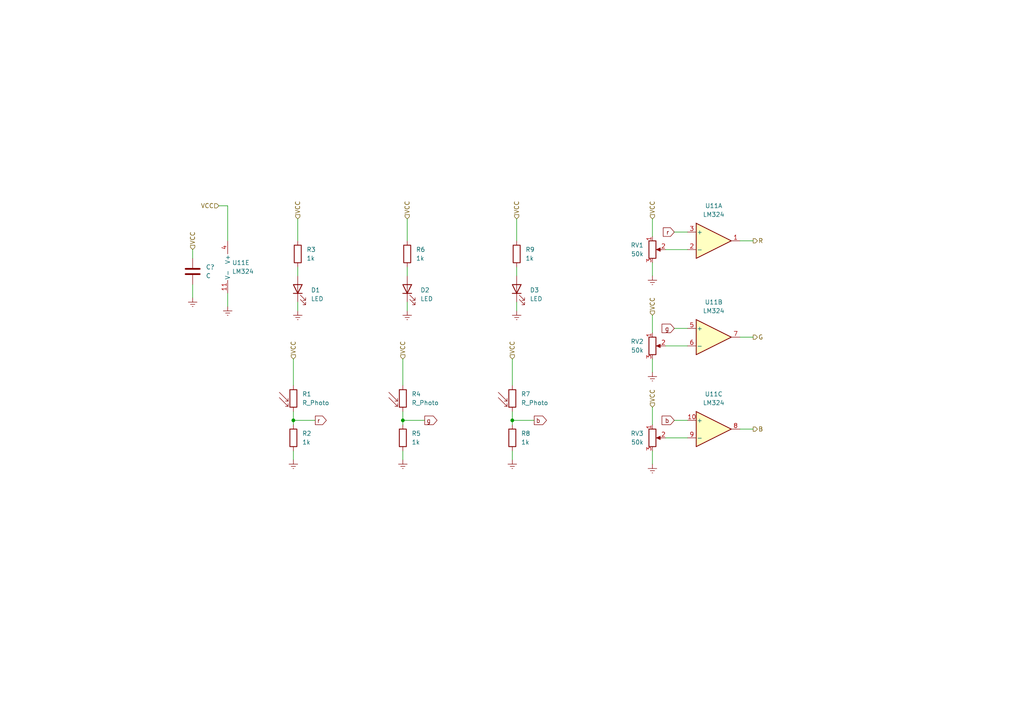
<source format=kicad_sch>
(kicad_sch (version 20230121) (generator eeschema)
  (paper "A4")
  (lib_symbols
    (symbol "Amplifier_Operational:LM324" (pin_names (offset 0.127))
      (property "Reference" "U" (at 0 5.08 0))
      (property "Value" "LM324" (at 0 -5.08 0))
      (symbol "LM324_1_1"
        (polyline (pts (xy -5.08 5.08) (xy 5.08 0) (xy -5.08 -5.08) (xy -5.08 5.08)) (stroke (width 0.254)) (fill (type background)))
        (pin output line (at 7.62 0 180) (length 2.54) (name "~") (number "1"))
        (pin input line (at -7.62 -2.54 0) (length 2.54) (name "-") (number "2"))
        (pin input line (at -7.62 2.54 0) (length 2.54) (name "+") (number "3"))
      )
      (symbol "LM324_2_1"
        (polyline (pts (xy -5.08 5.08) (xy 5.08 0) (xy -5.08 -5.08) (xy -5.08 5.08)) (stroke (width 0.254)) (fill (type background)))
        (pin input line (at -7.62 2.54 0) (length 2.54) (name "+") (number "5"))
        (pin input line (at -7.62 -2.54 0) (length 2.54) (name "-") (number "6"))
        (pin output line (at 7.62 0 180) (length 2.54) (name "~") (number "7"))
      )
      (symbol "LM324_3_1"
        (polyline (pts (xy -5.08 5.08) (xy 5.08 0) (xy -5.08 -5.08) (xy -5.08 5.08)) (stroke (width 0.254)) (fill (type background)))
        (pin input line (at -7.62 2.54 0) (length 2.54) (name "+") (number "10"))
        (pin output line (at 7.62 0 180) (length 2.54) (name "~") (number "8"))
        (pin input line (at -7.62 -2.54 0) (length 2.54) (name "-") (number "9"))
      )
      (symbol "LM324_4_1"
        (polyline (pts (xy -5.08 5.08) (xy 5.08 0) (xy -5.08 -5.08) (xy -5.08 5.08)) (stroke (width 0.254)) (fill (type background)))
        (pin input line (at -7.62 2.54 0) (length 2.54) (name "+") (number "12"))
        (pin input line (at -7.62 -2.54 0) (length 2.54) (name "-") (number "13"))
        (pin output line (at 7.62 0 180) (length 2.54) (name "~") (number "14"))
      )
      (symbol "LM324_5_1"
        (pin power_in line (at -2.54 -7.62 90) (length 3.81) (name "V-") (number "11"))
        (pin power_in line (at -2.54 7.62 270) (length 3.81) (name "V+") (number "4"))
      )
    )
    (symbol "Device:C" (pin_numbers hide) (pin_names (offset 0.254))
      (property "Reference" "C" (at 0.635 2.54 0))
      (property "Value" "C" (at 0.635 -2.54 0))
      (symbol "C_0_1"
        (polyline (pts (xy -2.032 -0.762) (xy 2.032 -0.762)) (stroke (width 0.508)))
        (polyline (pts (xy -2.032 0.762) (xy 2.032 0.762)) (stroke (width 0.508)))
      )
      (symbol "C_1_1"
        (pin passive line (at 0 3.81 270) (length 2.794) (name "~") (number "1"))
        (pin passive line (at 0 -3.81 90) (length 2.794) (name "~") (number "2"))
      )
    )
    (symbol "Device:LED" (pin_numbers hide) (pin_names (offset 1.016) hide)
      (property "Reference" "D" (at 0 2.54 0))
      (property "Value" "LED" (at 0 -2.54 0))
      (symbol "LED_0_1"
        (polyline (pts (xy -1.27 -1.27) (xy -1.27 1.27)) (stroke (width 0.254)))
        (polyline (pts (xy -1.27 0) (xy 1.27 0)))
        (polyline (pts (xy 1.27 -1.27) (xy 1.27 1.27) (xy -1.27 0) (xy 1.27 -1.27)) (stroke (width 0.254)))
        (polyline (pts (xy -3.048 -0.762) (xy -4.572 -2.286) (xy -3.81 -2.286) (xy -4.572 -2.286) (xy -4.572 -1.524)))
        (polyline (pts (xy -1.778 -0.762) (xy -3.302 -2.286) (xy -2.54 -2.286) (xy -3.302 -2.286) (xy -3.302 -1.524)))
      )
      (symbol "LED_1_1"
        (pin passive line (at -3.81 0 0) (length 2.54) (name "K") (number "1"))
        (pin passive line (at 3.81 0 180) (length 2.54) (name "A") (number "2"))
      )
    )
    (symbol "Device:R" (pin_numbers hide) (pin_names (offset 0))
      (property "Reference" "R" (at 2.032 0 90))
      (property "Value" "R" (at 0 0 90))
      (symbol "R_0_1"
        (rectangle (start -1.016 -2.54) (end 1.016 2.54) (stroke (width 0.254)))
      )
      (symbol "R_1_1"
        (pin passive line (at 0 3.81 270) (length 1.27) (name "~") (number "1"))
        (pin passive line (at 0 -3.81 90) (length 1.27) (name "~") (number "2"))
      )
    )
    (symbol "Device:R_Photo" (pin_numbers hide) (pin_names (offset 0))
      (property "Reference" "R" (at 1.27 1.27 0))
      (property "Value" "R_Photo" (at 1.27 0 0))
      (symbol "R_Photo_0_1"
        (rectangle (start -1.016 2.54) (end 1.016 -2.54) (stroke (width 0.254)))
        (polyline (pts (xy -1.524 -2.286) (xy -4.064 0.254)))
        (polyline (pts (xy -1.524 -2.286) (xy -2.286 -2.286)))
        (polyline (pts (xy -1.524 -2.286) (xy -1.524 -1.524)))
        (polyline (pts (xy -1.524 -0.762) (xy -4.064 1.778)))
        (polyline (pts (xy -1.524 -0.762) (xy -2.286 -0.762)))
        (polyline (pts (xy -1.524 -0.762) (xy -1.524 0)))
      )
      (symbol "R_Photo_1_1"
        (pin passive line (at 0 3.81 270) (length 1.27) (name "~") (number "1"))
        (pin passive line (at 0 -3.81 90) (length 1.27) (name "~") (number "2"))
      )
    )
    (symbol "Device:R_Potentiometer" (pin_names (offset 1.016) hide)
      (property "Reference" "RV" (at -4.445 0 90))
      (property "Value" "R_Potentiometer" (at -2.54 0 90))
      (symbol "R_Potentiometer_0_1"
        (polyline (pts (xy 2.54 0) (xy 1.524 0)))
        (polyline (pts (xy 1.143 0) (xy 2.286 0.508) (xy 2.286 -0.508) (xy 1.143 0)) (fill (type outline)))
        (rectangle (start 1.016 2.54) (end -1.016 -2.54) (stroke (width 0.254)))
      )
      (symbol "R_Potentiometer_1_1"
        (pin passive line (at 0 3.81 270) (length 1.27) (name "1") (number "1"))
        (pin passive line (at 3.81 0 180) (length 1.27) (name "2") (number "2"))
        (pin passive line (at 0 -3.81 90) (length 1.27) (name "3") (number "3"))
      )
    )
    (symbol "power:Earth" (power) (pin_names (offset 0))
      (symbol "Earth_0_1"
        (polyline (pts (xy -0.635 -1.905) (xy 0.635 -1.905)))
        (polyline (pts (xy -0.127 -2.54) (xy 0.127 -2.54)))
        (polyline (pts (xy 0 -1.27) (xy 0 0)))
        (polyline (pts (xy 1.27 -1.27) (xy -1.27 -1.27)))
      )
      (symbol "Earth_1_1"
        (pin power_in line (at 0 0 270) (length 0) hide (name "Earth") (number "1"))
      )
    )
  )
  (junction (at 116.84 121.92))
  (junction (at 148.59 121.92))
  (junction (at 85.09 121.92))
  (wire (pts (xy 116.84 121.92) (xy 116.84 123.19)))
  (wire (pts (xy 149.86 77.47) (xy 149.86 80.01)))
  (wire (pts (xy 148.59 130.81) (xy 148.59 133.35)))
  (wire (pts (xy 148.59 119.38) (xy 148.59 121.92)))
  (wire (pts (xy 85.09 130.81) (xy 85.09 133.35)))
  (wire (pts (xy 66.04 85.09) (xy 66.04 88.9)))
  (wire (pts (xy 85.09 121.92) (xy 85.09 123.19)))
  (wire (pts (xy 118.11 87.63) (xy 118.11 90.17)))
  (wire (pts (xy 193.04 127) (xy 199.39 127)))
  (wire (pts (xy 189.23 130.81) (xy 189.23 134.62)))
  (wire (pts (xy 86.36 87.63) (xy 86.36 90.17)))
  (wire (pts (xy 195.58 121.92) (xy 199.39 121.92)))
  (wire (pts (xy 55.88 72.39) (xy 55.88 74.93)))
  (wire (pts (xy 85.09 104.14) (xy 85.09 111.76)))
  (wire (pts (xy 148.59 121.92) (xy 154.94 121.92)))
  (wire (pts (xy 214.63 69.85) (xy 218.44 69.85)))
  (wire (pts (xy 86.36 63.5) (xy 86.36 69.85)))
  (wire (pts (xy 116.84 121.92) (xy 123.19 121.92)))
  (wire (pts (xy 148.59 104.14) (xy 148.59 111.76)))
  (wire (pts (xy 85.09 121.92) (xy 91.44 121.92)))
  (wire (pts (xy 86.36 77.47) (xy 86.36 80.01)))
  (wire (pts (xy 189.23 76.2) (xy 189.23 80.01)))
  (wire (pts (xy 189.23 118.11) (xy 189.23 123.19)))
  (wire (pts (xy 116.84 104.14) (xy 116.84 111.76)))
  (wire (pts (xy 116.84 119.38) (xy 116.84 121.92)))
  (wire (pts (xy 118.11 77.47) (xy 118.11 80.01)))
  (wire (pts (xy 149.86 87.63) (xy 149.86 90.17)))
  (wire (pts (xy 214.63 97.79) (xy 218.44 97.79)))
  (wire (pts (xy 195.58 95.25) (xy 199.39 95.25)))
  (wire (pts (xy 55.88 82.55) (xy 55.88 86.36)))
  (wire (pts (xy 148.59 121.92) (xy 148.59 123.19)))
  (wire (pts (xy 193.04 72.39) (xy 199.39 72.39)))
  (wire (pts (xy 214.63 124.46) (xy 218.44 124.46)))
  (wire (pts (xy 149.86 63.5) (xy 149.86 69.85)))
  (wire (pts (xy 189.23 63.5) (xy 189.23 68.58)))
  (wire (pts (xy 116.84 130.81) (xy 116.84 133.35)))
  (wire (pts (xy 85.09 119.38) (xy 85.09 121.92)))
  (wire (pts (xy 118.11 63.5) (xy 118.11 69.85)))
  (wire (pts (xy 66.04 59.69) (xy 66.04 69.85)))
  (wire (pts (xy 195.58 67.31) (xy 199.39 67.31)))
  (wire (pts (xy 193.04 100.33) (xy 199.39 100.33)))
  (wire (pts (xy 189.23 104.14) (xy 189.23 107.95)))
  (wire (pts (xy 189.23 91.44) (xy 189.23 96.52)))
  (wire (pts (xy 63.5 59.69) (xy 66.04 59.69)))
  (global_label "g" (shape input) (at 195.58 95.25 180) (property "Intersheetrefs" "${INTERSHEET_REFS}" (effects hide)))
  (global_label "r" (shape output) (at 91.44 121.92 0) (property "Intersheetrefs" "${INTERSHEET_REFS}" (effects hide)))
  (global_label "b" (shape output) (at 154.94 121.92 0) (property "Intersheetrefs" "${INTERSHEET_REFS}" (effects hide)))
  (global_label "r" (shape input) (at 195.58 67.31 180) (property "Intersheetrefs" "${INTERSHEET_REFS}" (effects hide)))
  (global_label "g" (shape output) (at 123.19 121.92 0) (property "Intersheetrefs" "${INTERSHEET_REFS}" (effects hide)))
  (global_label "b" (shape input) (at 195.58 121.92 180) (property "Intersheetrefs" "${INTERSHEET_REFS}" (effects hide)))
  (hierarchical_label "VCC" (shape input) (at 63.5 59.69 180))
  (hierarchical_label "VCC" (shape input) (at 118.11 63.5 90))
  (hierarchical_label "VCC" (shape input) (at 189.23 91.44 90))
  (hierarchical_label "VCC" (shape input) (at 189.23 118.11 90))
  (hierarchical_label "B" (shape output) (at 218.44 124.46 0))
  (hierarchical_label "VCC" (shape input) (at 149.86 63.5 90))
  (hierarchical_label "VCC" (shape input) (at 116.84 104.14 90))
  (hierarchical_label "G" (shape output) (at 218.44 97.79 0))
  (hierarchical_label "VCC" (shape input) (at 148.59 104.14 90))
  (hierarchical_label "VCC" (shape input) (at 85.09 104.14 90))
  (hierarchical_label "VCC" (shape input) (at 55.88 72.39 90))
  (hierarchical_label "VCC" (shape input) (at 189.23 63.5 90))
  (hierarchical_label "VCC" (shape input) (at 86.36 63.5 90))
  (hierarchical_label "R" (shape output) (at 218.44 69.85 0))
  (symbol (lib_id "Device:C") (at 55.88 78.74 0) (unit 1)
    (property "Reference" "C?" (at 59.69 77.47 0) (effects (justify left)))
    (property "Value" "C" (at 59.69 80.01 0) (effects (justify left)))
    (instances (project "color-sorter" (path "" (reference "C?") (unit 1)) (path "" (reference "C1") (unit 1))))
  )
  (symbol (lib_id "Device:R") (at 148.59 127 0) (unit 1)
    (property "Reference" "R8" (at 151.13 125.73 0) (effects (justify left)))
    (property "Value" "1k" (at 151.13 128.27 0) (effects (justify left)))
  )
  (symbol (lib_id "power:Earth") (at 189.23 134.62 0) (unit 1)
    (property "Reference" "#PWR016" (effects hide))
    (property "Value" "Earth" (effects hide))
  )
  (symbol (lib_id "Amplifier_Operational:LM324") (at 207.01 69.85 0) (unit 1)
    (property "Reference" "U11" (at 207.01 59.69 0))
    (property "Value" "LM324" (at 207.01 62.23 0))
    (property "Footprint" "Package_DIP:DIP-8_W7.62mm_Socket_LongPads" (effects hide))
    (property "Datasheet" "http://www.ti.com/lit/ds/symlink/lm2902-n.pdf" (effects hide))
  )
  (symbol (lib_id "power:Earth") (at 55.88 86.36 0) (unit 1)
    (property "Reference" "#PWR?" (effects hide))
    (property "Value" "Earth" (effects hide))
    (instances (project "color-sorter" (path "" (reference "#PWR?") (unit 1)) (path "" (reference "#PWR06") (unit 1))))
  )
  (symbol (lib_id "Amplifier_Operational:LM324") (at 207.01 97.79 0) (unit 2)
    (property "Reference" "U11" (at 207.01 87.63 0))
    (property "Value" "LM324" (at 207.01 90.17 0))
    (property "Footprint" "Package_DIP:DIP-8_W7.62mm_Socket_LongPads" (effects hide))
    (property "Datasheet" "http://www.ti.com/lit/ds/symlink/lm2902-n.pdf" (effects hide))
  )
  (symbol (lib_id "power:Earth") (at 148.59 133.35 0) (unit 1)
    (property "Reference" "#PWR012" (effects hide))
    (property "Value" "Earth" (effects hide))
  )
  (symbol (lib_id "Device:R_Potentiometer") (at 189.23 100.33 0) (unit 1)
    (property "Reference" "RV2" (at 186.69 99.06 0) (effects (justify right)))
    (property "Value" "50k" (at 186.69 101.6 0) (effects (justify right)))
  )
  (symbol (lib_id "Device:R") (at 116.84 127 0) (unit 1)
    (property "Reference" "R5" (at 119.38 125.73 0) (effects (justify left)))
    (property "Value" "1k" (at 119.38 128.27 0) (effects (justify left)))
  )
  (symbol (lib_id "Device:LED") (at 86.36 83.82 90) (unit 1)
    (property "Reference" "D1" (at 90.17 84.1375 90) (effects (justify right)))
    (property "Value" "LED" (at 90.17 86.6775 90) (effects (justify right)))
  )
  (symbol (lib_id "power:Earth") (at 189.23 80.01 0) (unit 1)
    (property "Reference" "#PWR014" (effects hide))
    (property "Value" "Earth" (effects hide))
  )
  (symbol (lib_id "Device:R_Potentiometer") (at 189.23 72.39 0) (unit 1)
    (property "Reference" "RV1" (at 186.69 71.12 0) (effects (justify right)))
    (property "Value" "50k" (at 186.69 73.66 0) (effects (justify right)))
  )
  (symbol (lib_id "power:Earth") (at 189.23 107.95 0) (unit 1)
    (property "Reference" "#PWR015" (effects hide))
    (property "Value" "Earth" (effects hide))
  )
  (symbol (lib_id "Device:R_Photo") (at 148.59 115.57 0) (unit 1)
    (property "Reference" "R7" (at 151.13 114.3 0) (effects (justify left)))
    (property "Value" "R_Photo" (at 151.13 116.84 0) (effects (justify left)))
  )
  (symbol (lib_id "Device:R_Potentiometer") (at 189.23 127 0) (unit 1)
    (property "Reference" "RV3" (at 186.69 125.73 0) (effects (justify right)))
    (property "Value" "50k" (at 186.69 128.27 0) (effects (justify right)))
  )
  (symbol (lib_id "Device:R_Photo") (at 116.84 115.57 0) (unit 1)
    (property "Reference" "R4" (at 119.38 114.3 0) (effects (justify left)))
    (property "Value" "R_Photo" (at 119.38 116.84 0) (effects (justify left)))
  )
  (symbol (lib_id "power:Earth") (at 116.84 133.35 0) (unit 1)
    (property "Reference" "#PWR010" (effects hide))
    (property "Value" "Earth" (effects hide))
  )
  (symbol (lib_id "Amplifier_Operational:LM324") (at 207.01 124.46 0) (unit 3)
    (property "Reference" "U11" (at 207.01 114.3 0))
    (property "Value" "LM324" (at 207.01 116.84 0))
    (property "Footprint" "Package_DIP:DIP-8_W7.62mm_Socket_LongPads" (effects hide))
    (property "Datasheet" "http://www.ti.com/lit/ds/symlink/lm2902-n.pdf" (effects hide))
  )
  (symbol (lib_id "Device:LED") (at 149.86 83.82 90) (unit 1)
    (property "Reference" "D3" (at 153.67 84.1375 90) (effects (justify right)))
    (property "Value" "LED" (at 153.67 86.6775 90) (effects (justify right)))
  )
  (symbol (lib_id "power:Earth") (at 85.09 133.35 0) (unit 1)
    (property "Reference" "#PWR08" (effects hide))
    (property "Value" "Earth" (effects hide))
  )
  (symbol (lib_id "power:Earth") (at 118.11 90.17 0) (unit 1)
    (property "Reference" "#PWR011" (effects hide))
    (property "Value" "Earth" (effects hide))
  )
  (symbol (lib_id "Device:R") (at 86.36 73.66 0) (unit 1)
    (property "Reference" "R3" (at 88.9 72.39 0) (effects (justify left)))
    (property "Value" "1k" (at 88.9 74.93 0) (effects (justify left)))
  )
  (symbol (lib_id "power:Earth") (at 149.86 90.17 0) (unit 1)
    (property "Reference" "#PWR013" (effects hide))
    (property "Value" "Earth" (effects hide))
  )
  (symbol (lib_id "Device:LED") (at 118.11 83.82 90) (unit 1)
    (property "Reference" "D2" (at 121.92 84.1375 90) (effects (justify right)))
    (property "Value" "LED" (at 121.92 86.6775 90) (effects (justify right)))
  )
  (symbol (lib_id "Device:R") (at 149.86 73.66 0) (unit 1)
    (property "Reference" "R9" (at 152.4 72.39 0) (effects (justify left)))
    (property "Value" "1k" (at 152.4 74.93 0) (effects (justify left)))
  )
  (symbol (lib_id "power:Earth") (at 86.36 90.17 0) (unit 1)
    (property "Reference" "#PWR09" (effects hide))
    (property "Value" "Earth" (effects hide))
  )
  (symbol (lib_id "Amplifier_Operational:LM324") (at 68.58 77.47 0) (unit 5)
    (property "Reference" "U11" (at 67.31 76.2 0) (effects (justify left)))
    (property "Value" "LM324" (at 67.31 78.74 0) (effects (justify left)))
    (property "Footprint" "Package_DIP:DIP-8_W7.62mm_Socket_LongPads" (effects hide))
    (property "Datasheet" "http://www.ti.com/lit/ds/symlink/lm2902-n.pdf" (effects hide))
  )
  (symbol (lib_id "power:Earth") (at 66.04 88.9 0) (unit 1)
    (property "Reference" "#PWR07" (effects hide))
    (property "Value" "Earth" (effects hide))
  )
  (symbol (lib_id "Device:R_Photo") (at 85.09 115.57 0) (unit 1)
    (property "Reference" "R1" (at 87.63 114.3 0) (effects (justify left)))
    (property "Value" "R_Photo" (at 87.63 116.84 0) (effects (justify left)))
  )
  (symbol (lib_id "Device:R") (at 118.11 73.66 0) (unit 1)
    (property "Reference" "R6" (at 120.65 72.39 0) (effects (justify left)))
    (property "Value" "1k" (at 120.65 74.93 0) (effects (justify left)))
  )
  (symbol (lib_id "Device:R") (at 85.09 127 0) (unit 1)
    (property "Reference" "R2" (at 87.63 125.73 0) (effects (justify left)))
    (property "Value" "1k" (at 87.63 128.27 0) (effects (justify left)))
  )
)
</source>
